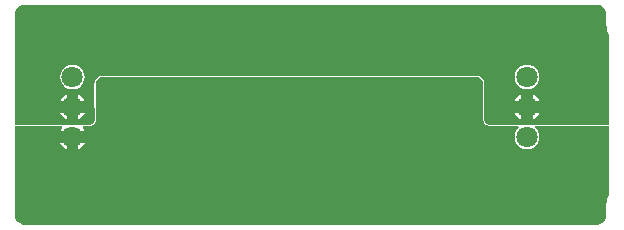
<source format=gbl>
G04*
G04 #@! TF.GenerationSoftware,Altium Limited,Altium Designer,23.8.1 (32)*
G04*
G04 Layer_Physical_Order=2*
G04 Layer_Color=16711680*
%FSLAX25Y25*%
%MOIN*%
G70*
G04*
G04 #@! TF.SameCoordinates,158808DC-336D-4943-AB99-54E3BA125646*
G04*
G04*
G04 #@! TF.FilePolarity,Positive*
G04*
G01*
G75*
%ADD37C,0.07087*%
%ADD38C,0.03000*%
G36*
X194882Y74000D02*
X195191Y74000D01*
X195796Y73880D01*
X196367Y73644D01*
X196880Y73301D01*
X197316Y72864D01*
X197659Y72351D01*
X197896Y71780D01*
X198016Y71175D01*
X198016Y70866D01*
X198016Y70865D01*
Y66929D01*
X198020Y66909D01*
X198017Y66890D01*
X198036Y66504D01*
X198050Y66446D01*
Y66387D01*
X198201Y65630D01*
X198231Y65557D01*
X198247Y65479D01*
X198542Y64766D01*
X198586Y64700D01*
X198616Y64627D01*
X198819Y64324D01*
Y34100D01*
X159050D01*
X158247Y34433D01*
X157633Y35047D01*
X157300Y35850D01*
X157300Y48028D01*
X157254Y48491D01*
X156900Y49346D01*
X156246Y50000D01*
X155391Y50354D01*
X154928Y50400D01*
X154928Y50400D01*
X154928Y50400D01*
X29723Y50400D01*
X29251Y50353D01*
X28379Y49991D01*
X27714Y49321D01*
X27357Y48447D01*
X27314Y47975D01*
X27314D01*
X27317Y47476D01*
X27345Y43240D01*
X27394Y36048D01*
X27396Y35662D01*
X27104Y34946D01*
X26559Y34397D01*
X25845Y34100D01*
X25458Y34100D01*
X803D01*
Y70866D01*
Y71175D01*
X923Y71780D01*
X1159Y72351D01*
X1503Y72864D01*
X1939Y73301D01*
X2452Y73644D01*
X3023Y73880D01*
X3628Y74000D01*
X3937Y74000D01*
X3937Y74000D01*
X194882Y74000D01*
D02*
G37*
G36*
X155258Y49824D02*
X155939Y49542D01*
X156441Y49039D01*
X156724Y48358D01*
X156759Y48002D01*
X156759Y35850D01*
X156800Y35750D01*
Y35643D01*
X157132Y34840D01*
X157209Y34764D01*
X157250Y34664D01*
X157864Y34050D01*
X157964Y34009D01*
X158040Y33933D01*
X158843Y33600D01*
X158950D01*
X159050Y33559D01*
X168675D01*
X168844Y33059D01*
X168616Y32884D01*
X167968Y32039D01*
X167561Y31056D01*
X167422Y30000D01*
X167561Y28945D01*
X167968Y27961D01*
X168616Y27116D01*
X169461Y26468D01*
X170445Y26061D01*
X171500Y25922D01*
X172555Y26061D01*
X173539Y26468D01*
X174384Y27116D01*
X175032Y27961D01*
X175439Y28945D01*
X175578Y30000D01*
X175439Y31056D01*
X175032Y32039D01*
X174384Y32884D01*
X174156Y33059D01*
X174325Y33559D01*
X198819D01*
Y10479D01*
X198616Y10176D01*
X198586Y10103D01*
X198542Y10037D01*
X198247Y9324D01*
X198231Y9246D01*
X198201Y9173D01*
X198050Y8416D01*
X198050Y8357D01*
X198036Y8299D01*
X198017Y7913D01*
X198020Y7894D01*
X198016Y7874D01*
X198016Y3937D01*
X198016Y3937D01*
X198016Y3937D01*
X198016Y3628D01*
X197896Y3023D01*
X197660Y2452D01*
X197317Y1939D01*
X196880Y1502D01*
X196367Y1159D01*
X195796Y923D01*
X195191Y803D01*
X194882Y803D01*
X194882Y803D01*
X194882Y803D01*
X3937D01*
X3937Y803D01*
X3937Y803D01*
X3628Y803D01*
X3023Y923D01*
X2452Y1159D01*
X1939Y1502D01*
X1503Y1939D01*
X1159Y2452D01*
X923Y3023D01*
X803Y3628D01*
X803Y3937D01*
Y33559D01*
X16387D01*
X16620Y33059D01*
X16031Y32291D01*
X15898Y31969D01*
X24102D01*
X23969Y32291D01*
X23380Y33059D01*
X23613Y33559D01*
X25458D01*
X25845Y33559D01*
X25945Y33600D01*
X26053Y33600D01*
X26767Y33897D01*
X26843Y33974D01*
X26943Y34016D01*
X27488Y34564D01*
X27529Y34664D01*
X27605Y34741D01*
X27897Y35457D01*
X27897Y35565D01*
X27937Y35665D01*
X27935Y36052D01*
X27887Y43244D01*
X27858Y47480D01*
X27855Y47951D01*
X27889Y48317D01*
X28174Y49016D01*
X28687Y49532D01*
X29384Y49823D01*
X29749Y49859D01*
X154901Y49859D01*
X155258Y49824D01*
D02*
G37*
%LPC*%
G36*
X171500Y54078D02*
X170445Y53939D01*
X169461Y53532D01*
X168616Y52884D01*
X167968Y52039D01*
X167561Y51056D01*
X167422Y50000D01*
X167561Y48945D01*
X167968Y47961D01*
X168616Y47116D01*
X169461Y46468D01*
X170445Y46061D01*
X171500Y45922D01*
X172555Y46061D01*
X173539Y46468D01*
X174384Y47116D01*
X175032Y47961D01*
X175439Y48945D01*
X175578Y50000D01*
X175439Y51056D01*
X175032Y52039D01*
X174384Y52884D01*
X173539Y53532D01*
X172555Y53939D01*
X171500Y54078D01*
D02*
G37*
G36*
X20000D02*
X18945Y53939D01*
X17961Y53532D01*
X17116Y52884D01*
X16468Y52039D01*
X16061Y51056D01*
X15922Y50000D01*
X16061Y48945D01*
X16468Y47961D01*
X17116Y47116D01*
X17961Y46468D01*
X18945Y46061D01*
X20000Y45922D01*
X21056Y46061D01*
X22039Y46468D01*
X22884Y47116D01*
X23532Y47961D01*
X23939Y48945D01*
X24078Y50000D01*
X23939Y51056D01*
X23532Y52039D01*
X22884Y52884D01*
X22039Y53532D01*
X21056Y53939D01*
X20000Y54078D01*
D02*
G37*
G36*
X173468Y44102D02*
Y41969D01*
X175602D01*
X175469Y42291D01*
X174740Y43240D01*
X173791Y43969D01*
X173468Y44102D01*
D02*
G37*
G36*
X169532D02*
X169209Y43969D01*
X168260Y43240D01*
X167531Y42291D01*
X167398Y41969D01*
X169532D01*
Y44102D01*
D02*
G37*
G36*
X21969D02*
Y41969D01*
X24102D01*
X23969Y42291D01*
X23240Y43240D01*
X22291Y43969D01*
X21969Y44102D01*
D02*
G37*
G36*
X18032D02*
X17709Y43969D01*
X16760Y43240D01*
X16031Y42291D01*
X15898Y41969D01*
X18032D01*
Y44102D01*
D02*
G37*
G36*
X175602Y38032D02*
X173468D01*
Y35898D01*
X173791Y36031D01*
X174740Y36760D01*
X175469Y37709D01*
X175602Y38032D01*
D02*
G37*
G36*
X169532D02*
X167398D01*
X167531Y37709D01*
X168260Y36760D01*
X169209Y36031D01*
X169532Y35898D01*
Y38032D01*
D02*
G37*
G36*
X24102D02*
X21969D01*
Y35898D01*
X22291Y36031D01*
X23240Y36760D01*
X23969Y37709D01*
X24102Y38032D01*
D02*
G37*
G36*
X18032D02*
X15898D01*
X16031Y37709D01*
X16760Y36760D01*
X17709Y36031D01*
X18032Y35898D01*
Y38032D01*
D02*
G37*
G36*
X24102Y28032D02*
X21969D01*
Y25898D01*
X22291Y26031D01*
X23240Y26760D01*
X23969Y27709D01*
X24102Y28032D01*
D02*
G37*
G36*
X18032D02*
X15898D01*
X16031Y27709D01*
X16760Y26760D01*
X17709Y26031D01*
X18032Y25898D01*
Y28032D01*
D02*
G37*
%LPD*%
D37*
X171500Y50000D02*
D03*
Y40000D02*
D03*
Y30000D02*
D03*
X20000Y50000D02*
D03*
Y40000D02*
D03*
Y30000D02*
D03*
D38*
X193700Y19928D02*
D03*
X111950Y20850D02*
D03*
X89200Y47300D02*
D03*
X149600Y44400D02*
D03*
X132202Y25898D02*
D03*
X154300Y20600D02*
D03*
X123100Y47700D02*
D03*
X37900Y3300D02*
D03*
X44500Y45100D02*
D03*
X43200Y32800D02*
D03*
X81500Y34400D02*
D03*
X94100Y26300D02*
D03*
X171400Y19000D02*
D03*
X124800Y14700D02*
D03*
X30400Y20800D02*
D03*
X20900Y3500D02*
D03*
X87800Y5200D02*
D03*
X193900Y4800D02*
D03*
X180600Y12800D02*
D03*
X144100Y7400D02*
D03*
X120800Y6400D02*
D03*
X71000Y47300D02*
D03*
X43363Y19163D02*
D03*
X10400Y17100D02*
D03*
X63600Y46600D02*
D03*
X66200Y20600D02*
D03*
X109300Y54100D02*
D03*
M02*

</source>
